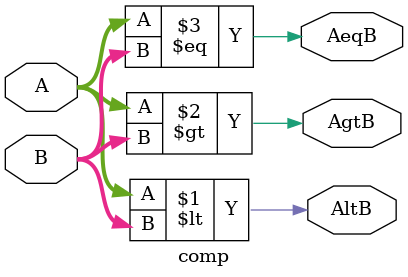
<source format=v>
module comp(
	output AltB, AeqB,AgtB,
	input[1:0] A,B
    );

assign AltB = (A<B);
assign AgtB = (A>B);
assign AeqB = (A == B) ;

endmodule
</source>
